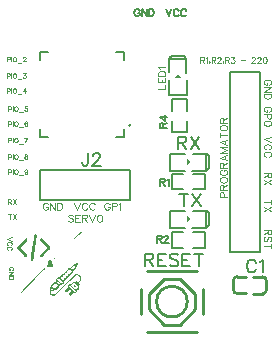
<source format=gto>
G04 Layer: TopSilkLayer*
G04 EasyEDA v6.4.25, 2021-10-20T20:18:06+03:00*
G04 dcba5cd40900447394ce88492ccb6976,3ac546bf038a4e40b039f7879bd882b5,10*
G04 Gerber Generator version 0.2*
G04 Scale: 100 percent, Rotated: No, Reflected: No *
G04 Dimensions in millimeters *
G04 leading zeros omitted , absolute positions ,4 integer and 5 decimal *
%FSLAX45Y45*%
%MOMM*%

%ADD10C,0.2540*%
%ADD31C,0.1500*%
%ADD33C,0.1524*%
%ADD34C,0.2032*%
%ADD35C,0.2030*%
%ADD36C,0.0508*%
%ADD37C,0.0500*%

%LPD*%
G36*
X1407363Y5295900D02*
G01*
X1403756Y5292852D01*
X1380490Y5270449D01*
X1340510Y5231130D01*
X1262329Y5153101D01*
X1205788Y5096002D01*
X1191209Y5080812D01*
X1181963Y5070703D01*
X1177340Y5064963D01*
X1176477Y5063439D01*
X1176477Y5062677D01*
X1177239Y5062677D01*
X1178763Y5063540D01*
X1184503Y5068163D01*
X1194612Y5077409D01*
X1209802Y5091988D01*
X1258824Y5140401D01*
X1344930Y5226659D01*
X1384249Y5266639D01*
X1406652Y5289956D01*
X1409700Y5293563D01*
X1409496Y5294477D01*
X1409039Y5295188D01*
X1408277Y5295696D01*
G37*
G36*
X1014780Y5267604D02*
G01*
X1011682Y5266740D01*
X1010361Y5265775D01*
X1009142Y5263845D01*
X1007973Y5260644D01*
X1006703Y5255869D01*
X1003808Y5240578D01*
X993648Y5174386D01*
X990092Y5152491D01*
X978153Y5074615D01*
X976528Y5061864D01*
X975918Y5055362D01*
X976121Y5051552D01*
X977442Y5049266D01*
X980135Y5047234D01*
X984859Y5045252D01*
X989533Y5045252D01*
X993495Y5047030D01*
X996187Y5050536D01*
X997153Y5054193D01*
X1000099Y5070297D01*
X1006348Y5110480D01*
X1009700Y5130444D01*
X1025093Y5232704D01*
X1026972Y5247538D01*
X1027734Y5256733D01*
X1027480Y5260543D01*
X1026312Y5262930D01*
X1023975Y5264912D01*
X1020826Y5266690D01*
X1017778Y5267604D01*
G37*
G36*
X938580Y5235752D02*
G01*
X933348Y5235041D01*
X929741Y5231790D01*
X910132Y5211876D01*
X879957Y5179771D01*
X869340Y5167731D01*
X865987Y5163515D01*
X863701Y5160264D01*
X862482Y5157876D01*
X862076Y5156200D01*
X862482Y5154523D01*
X863701Y5152085D01*
X869340Y5144668D01*
X879957Y5132628D01*
X896569Y5114747D01*
X910285Y5100472D01*
X922070Y5088585D01*
X930656Y5080355D01*
X933399Y5077968D01*
X934872Y5077002D01*
X939393Y5076901D01*
X943559Y5078984D01*
X946607Y5082743D01*
X947775Y5087569D01*
X947521Y5089448D01*
X946708Y5091633D01*
X945083Y5094325D01*
X942543Y5097780D01*
X933754Y5107838D01*
X907694Y5135575D01*
X898499Y5145684D01*
X892302Y5152898D01*
X890016Y5156200D01*
X892302Y5159451D01*
X898499Y5166715D01*
X933703Y5204510D01*
X942492Y5214569D01*
X945083Y5218023D01*
X946708Y5220716D01*
X947521Y5222900D01*
X947775Y5224780D01*
X946505Y5230114D01*
X943203Y5233974D01*
G37*
G36*
X1066698Y5235448D02*
G01*
X1063244Y5234990D01*
X1060602Y5233416D01*
X1058113Y5231079D01*
X1055878Y5226405D01*
X1057097Y5220919D01*
X1062329Y5213350D01*
X1072235Y5202326D01*
X1106271Y5166207D01*
X1112723Y5158943D01*
X1114044Y5157114D01*
X1114450Y5156200D01*
X1114044Y5155285D01*
X1110183Y5150510D01*
X1100734Y5140198D01*
X1065072Y5102301D01*
X1059942Y5096052D01*
X1056843Y5091480D01*
X1055776Y5088534D01*
X1058011Y5081422D01*
X1063498Y5077663D01*
X1070406Y5077764D01*
X1077061Y5082235D01*
X1088186Y5094274D01*
X1109065Y5116322D01*
X1129690Y5138470D01*
X1136751Y5146446D01*
X1140256Y5150815D01*
X1142136Y5153964D01*
X1142796Y5156200D01*
X1142136Y5158435D01*
X1140256Y5161584D01*
X1136751Y5165953D01*
X1120089Y5184343D01*
X1077366Y5229656D01*
X1074013Y5232704D01*
X1070356Y5234686D01*
G37*
G36*
X1140104Y5049926D02*
G01*
X1135583Y5049723D01*
X1131265Y5048250D01*
X1127404Y5045456D01*
X1124407Y5041392D01*
X1123148Y5037429D01*
X1136599Y5037429D01*
X1138123Y5040274D01*
X1140510Y5040630D01*
X1142746Y5037785D01*
X1142949Y5036413D01*
X1142695Y5034838D01*
X1142034Y5033314D01*
X1141018Y5031994D01*
X1139444Y5030571D01*
X1138377Y5030216D01*
X1137666Y5031028D01*
X1136904Y5033010D01*
X1136599Y5037429D01*
X1123148Y5037429D01*
X1123035Y5037074D01*
X1123442Y5032705D01*
X1126794Y5026355D01*
X1126845Y5024475D01*
X1125423Y5022189D01*
X1122375Y5018836D01*
X1119225Y5014823D01*
X1117346Y5010759D01*
X1116679Y5006949D01*
X1129334Y5006949D01*
X1130300Y5010912D01*
X1132078Y5013604D01*
X1133957Y5014366D01*
X1136243Y5013198D01*
X1139545Y5010048D01*
X1142187Y5006136D01*
X1142593Y5002834D01*
X1140815Y5000599D01*
X1136954Y4999736D01*
X1132992Y5000752D01*
X1130350Y5003342D01*
X1129334Y5006949D01*
X1116679Y5006949D01*
X1116888Y5002784D01*
X1118158Y4999177D01*
X1120241Y4995926D01*
X1123086Y4993132D01*
X1126591Y4990998D01*
X1130706Y4989626D01*
X1135227Y4989068D01*
X1140155Y4989474D01*
X1148283Y4991963D01*
X1150823Y4992522D01*
X1152702Y4992573D01*
X1156614Y4990998D01*
X1161999Y4990439D01*
X1167130Y4990592D01*
X1169416Y4991557D01*
X1168044Y4993944D01*
X1162304Y5001361D01*
X1161237Y5003698D01*
X1161491Y5005984D01*
X1165301Y5014874D01*
X1165656Y5018887D01*
X1163929Y5021326D01*
X1160119Y5022088D01*
X1157427Y5021935D01*
X1155700Y5021326D01*
X1154785Y5020208D01*
X1154074Y5015331D01*
X1152855Y5014112D01*
X1150975Y5014772D01*
X1148537Y5017363D01*
X1146860Y5019852D01*
X1146454Y5021630D01*
X1147470Y5023408D01*
X1151940Y5028133D01*
X1153363Y5030622D01*
X1154226Y5033314D01*
X1154531Y5036261D01*
X1153718Y5040630D01*
X1151585Y5044287D01*
X1148384Y5047132D01*
X1144473Y5049062D01*
G37*
G36*
X1375410Y5030368D02*
G01*
X1369415Y5027117D01*
X1366316Y5024983D01*
X1361795Y5022545D01*
X1356461Y5020005D01*
X1343863Y5014671D01*
X1337919Y5011216D01*
X1331976Y5006492D01*
X1318310Y4993284D01*
X1313484Y4989322D01*
X1309725Y4987239D01*
X1304442Y4986375D01*
X1302054Y4985308D01*
X1298956Y4983226D01*
X1295148Y4980076D01*
X1320292Y4980076D01*
X1321308Y4982362D01*
X1324051Y4985766D01*
X1328064Y4989982D01*
X1338021Y4998974D01*
X1343101Y5002987D01*
X1347571Y5006035D01*
X1351026Y5007813D01*
X1356512Y5009489D01*
X1358341Y5009845D01*
X1359204Y5009794D01*
X1359255Y5008880D01*
X1358036Y5004308D01*
X1356868Y5001107D01*
X1354785Y4996992D01*
X1351381Y4992065D01*
X1346962Y4986680D01*
X1341780Y4981143D01*
X1329690Y4969205D01*
X1323187Y4975504D01*
X1321663Y4977333D01*
X1320647Y4978958D01*
X1320292Y4980076D01*
X1295148Y4980076D01*
X1289354Y4974793D01*
X1273098Y4959045D01*
X1250746Y4936744D01*
X1234897Y4921300D01*
X1225550Y4913071D01*
X1222705Y4911090D01*
X1220774Y4910277D01*
X1219504Y4910429D01*
X1215948Y4911852D01*
X1212596Y4911344D01*
X1208278Y4908397D01*
X1201154Y4901844D01*
X1229004Y4901844D01*
X1236014Y4908651D01*
X1237843Y4909718D01*
X1239418Y4909616D01*
X1242771Y4907330D01*
X1244092Y4907026D01*
X1245463Y4907534D01*
X1247140Y4909007D01*
X1248562Y4910632D01*
X1249121Y4912004D01*
X1248816Y4913325D01*
X1246581Y4916627D01*
X1246479Y4918151D01*
X1247394Y4919980D01*
X1249476Y4922418D01*
X1251762Y4924552D01*
X1253642Y4925669D01*
X1255369Y4925771D01*
X1257350Y4925009D01*
X1261008Y4924094D01*
X1263751Y4925161D01*
X1265021Y4927701D01*
X1264208Y4931206D01*
X1263396Y4933238D01*
X1263446Y4935067D01*
X1264462Y4936998D01*
X1266444Y4939385D01*
X1268425Y4941265D01*
X1270101Y4942332D01*
X1271473Y4942586D01*
X1275283Y4940350D01*
X1278128Y4940198D01*
X1280312Y4941366D01*
X1281176Y4943754D01*
X1281023Y4945227D01*
X1280566Y4946650D01*
X1279906Y4947869D01*
X1279144Y4948631D01*
X1279499Y4950256D01*
X1281938Y4953711D01*
X1285849Y4958334D01*
X1295603Y4968646D01*
X1300327Y4973066D01*
X1304086Y4976215D01*
X1306322Y4977384D01*
X1307896Y4976571D01*
X1310690Y4974386D01*
X1318463Y4967122D01*
X1328623Y4956860D01*
X1307033Y4935524D01*
X1302308Y4931460D01*
X1299311Y4929987D01*
X1297381Y4930495D01*
X1293317Y4932070D01*
X1290167Y4930749D01*
X1288948Y4927600D01*
X1290828Y4923739D01*
X1291691Y4922469D01*
X1291640Y4921046D01*
X1290675Y4919218D01*
X1288643Y4916830D01*
X1286560Y4914900D01*
X1284833Y4913782D01*
X1283411Y4913477D01*
X1279956Y4915357D01*
X1276858Y4915916D01*
X1275029Y4915662D01*
X1274064Y4914747D01*
X1273860Y4912817D01*
X1274572Y4906264D01*
X1274216Y4903724D01*
X1273048Y4901488D01*
X1270965Y4899202D01*
X1269034Y4897577D01*
X1267460Y4896713D01*
X1266240Y4896561D01*
X1264666Y4897932D01*
X1262075Y4898999D01*
X1260602Y4899152D01*
X1258214Y4898288D01*
X1257046Y4896053D01*
X1257198Y4893259D01*
X1259382Y4889449D01*
X1259128Y4888026D01*
X1258011Y4886299D01*
X1251305Y4879797D01*
X1229004Y4901844D01*
X1201154Y4901844D01*
X1196390Y4897170D01*
X1193393Y4893462D01*
X1192225Y4890363D01*
X1192479Y4885232D01*
X1192174Y4883353D01*
X1191158Y4881168D01*
X1189278Y4878476D01*
X1186332Y4874920D01*
X1179368Y4867503D01*
X1192834Y4867503D01*
X1199438Y4873904D01*
X1201013Y4874768D01*
X1202283Y4874310D01*
X1203706Y4872634D01*
X1206296Y4870297D01*
X1209192Y4869434D01*
X1211783Y4870094D01*
X1213510Y4872278D01*
X1213510Y4873955D01*
X1212545Y4876241D01*
X1210665Y4878984D01*
X1201115Y4889042D01*
X1209598Y4897323D01*
X1213815Y4900523D01*
X1215034Y4901031D01*
X1217218Y4899609D01*
X1227632Y4890211D01*
X1252220Y4865624D01*
X1238554Y4851958D01*
X1231036Y4858766D01*
X1227734Y4861458D01*
X1224788Y4863388D01*
X1222400Y4864404D01*
X1220673Y4864455D01*
X1218641Y4862576D01*
X1217930Y4859782D01*
X1218590Y4856988D01*
X1220622Y4855108D01*
X1222705Y4853686D01*
X1223314Y4851603D01*
X1222400Y4849114D01*
X1220063Y4846370D01*
X1217930Y4844999D01*
X1215440Y4845608D01*
X1211478Y4848809D01*
X1192834Y4867503D01*
X1179368Y4867503D01*
X1157427Y4844897D01*
X1150112Y4836718D01*
X1146403Y4831537D01*
X1145839Y4829200D01*
X1154480Y4829200D01*
X1175867Y4850587D01*
X1184605Y4858816D01*
X1186180Y4860036D01*
X1187500Y4859121D01*
X1194206Y4852873D01*
X1210411Y4836668D01*
X1178763Y4805172D01*
X1154480Y4829200D01*
X1145839Y4829200D01*
X1145743Y4826660D01*
X1145032Y4824577D01*
X1143558Y4822240D01*
X1141272Y4819802D01*
X1137615Y4815332D01*
X1136142Y4811014D01*
X1136358Y4809591D01*
X1147064Y4809591D01*
X1147114Y4811471D01*
X1148638Y4813503D01*
X1151128Y4815941D01*
X1152753Y4817008D01*
X1153668Y4816551D01*
X1157884Y4812842D01*
X1167536Y4803089D01*
X1163624Y4799736D01*
X1161237Y4797958D01*
X1159256Y4797755D01*
X1156716Y4799380D01*
X1148791Y4807153D01*
X1147064Y4809591D01*
X1136358Y4809591D01*
X1136751Y4807000D01*
X1139545Y4803292D01*
X1141476Y4801311D01*
X1142238Y4799634D01*
X1141831Y4797552D01*
X1140307Y4794402D01*
X1138631Y4790084D01*
X1137666Y4785410D01*
X1137462Y4780534D01*
X1137970Y4775657D01*
X1139139Y4770882D01*
X1140968Y4766462D01*
X1143406Y4762500D01*
X1146403Y4759198D01*
X1150569Y4756048D01*
X1154887Y4753559D01*
X1159357Y4751781D01*
X1163929Y4750714D01*
X1168552Y4750358D01*
X1173124Y4750714D01*
X1177645Y4751882D01*
X1182065Y4753711D01*
X1188415Y4759045D01*
X1201826Y4771593D01*
X1244092Y4812741D01*
X1307185Y4875682D01*
X1332331Y4900320D01*
X1341374Y4908651D01*
X1348486Y4914747D01*
X1354124Y4918964D01*
X1358646Y4921504D01*
X1362405Y4922723D01*
X1365808Y4922926D01*
X1369161Y4922367D01*
X1372920Y4921402D01*
X1379118Y4919268D01*
X1383893Y4916322D01*
X1387754Y4912106D01*
X1391259Y4906213D01*
X1393190Y4901844D01*
X1394307Y4897628D01*
X1394612Y4893564D01*
X1394155Y4889500D01*
X1392834Y4885486D01*
X1390700Y4881321D01*
X1387703Y4877104D01*
X1383842Y4872634D01*
X1380185Y4868875D01*
X1377797Y4867198D01*
X1376019Y4867198D01*
X1374038Y4868672D01*
X1370330Y4870805D01*
X1365961Y4871567D01*
X1361643Y4870856D01*
X1355852Y4867452D01*
X1353007Y4866690D01*
X1348943Y4866589D01*
X1331722Y4867960D01*
X1322078Y4858766D01*
X1362354Y4858766D01*
X1362811Y4861102D01*
X1365554Y4861814D01*
X1367028Y4861204D01*
X1372158Y4857242D01*
X1375257Y4854346D01*
X1378915Y4850485D01*
X1380744Y4847945D01*
X1380998Y4846269D01*
X1379880Y4845100D01*
X1377442Y4843729D01*
X1375308Y4843881D01*
X1372514Y4845964D01*
X1367942Y4850536D01*
X1364081Y4855210D01*
X1362354Y4858766D01*
X1322078Y4858766D01*
X1315313Y4852568D01*
X1311300Y4849571D01*
X1308303Y4848199D01*
X1303528Y4848352D01*
X1301191Y4847590D01*
X1298448Y4845761D01*
X1295146Y4842713D01*
X1291082Y4838141D01*
X1289100Y4834229D01*
X1289064Y4832858D01*
X1300988Y4832858D01*
X1301292Y4834128D01*
X1302207Y4835245D01*
X1304239Y4836820D01*
X1306576Y4836414D01*
X1310284Y4833518D01*
X1322832Y4821377D01*
X1326591Y4818481D01*
X1328877Y4818075D01*
X1330909Y4819599D01*
X1332484Y4821580D01*
X1332382Y4823612D01*
X1330096Y4826711D01*
X1316431Y4840782D01*
X1330502Y4853686D01*
X1334566Y4856581D01*
X1338326Y4858105D01*
X1341983Y4858207D01*
X1345844Y4856835D01*
X1350264Y4853940D01*
X1355547Y4849520D01*
X1370025Y4835296D01*
X1374495Y4829962D01*
X1376426Y4825949D01*
X1376730Y4821783D01*
X1376273Y4817922D01*
X1374902Y4814468D01*
X1372260Y4810810D01*
X1359458Y4797755D01*
X1348079Y4808677D01*
X1344879Y4811166D01*
X1342136Y4812842D01*
X1340256Y4813452D01*
X1337411Y4812284D01*
X1337716Y4808982D01*
X1341069Y4803698D01*
X1347368Y4796637D01*
X1353058Y4790744D01*
X1355750Y4787239D01*
X1355953Y4785106D01*
X1354277Y4783124D01*
X1353108Y4782261D01*
X1351788Y4782007D01*
X1350060Y4782616D01*
X1347622Y4784242D01*
X1344168Y4787188D01*
X1333093Y4797856D01*
X1316736Y4814265D01*
X1306118Y4825339D01*
X1303172Y4828743D01*
X1301546Y4831181D01*
X1300988Y4832858D01*
X1289064Y4832858D01*
X1288999Y4830419D01*
X1290624Y4826203D01*
X1291285Y4823815D01*
X1290167Y4820920D01*
X1286764Y4816551D01*
X1275638Y4804562D01*
X1271727Y4799736D01*
X1269085Y4795824D01*
X1268120Y4793386D01*
X1268652Y4791303D01*
X1278280Y4791303D01*
X1280769Y4795824D01*
X1287627Y4804003D01*
X1295146Y4811826D01*
X1299819Y4815332D01*
X1301292Y4814671D01*
X1303172Y4813096D01*
X1303782Y4811471D01*
X1302766Y4809032D01*
X1299870Y4805375D01*
X1294739Y4800041D01*
X1288034Y4793589D01*
X1283411Y4790186D01*
X1280363Y4789525D01*
X1278280Y4791303D01*
X1268652Y4791303D01*
X1269339Y4788611D01*
X1272489Y4784242D01*
X1276858Y4781143D01*
X1281734Y4779924D01*
X1285189Y4780432D01*
X1288846Y4782312D01*
X1293520Y4786071D01*
X1312062Y4804206D01*
X1322832Y4793030D01*
X1310386Y4780127D01*
X1305560Y4774844D01*
X1301597Y4769967D01*
X1298905Y4766056D01*
X1297940Y4763617D01*
X1298484Y4761484D01*
X1308100Y4761484D01*
X1310589Y4766106D01*
X1317447Y4774234D01*
X1325168Y4782058D01*
X1330096Y4785512D01*
X1330756Y4785309D01*
X1332128Y4783785D01*
X1332687Y4782718D01*
X1332433Y4780838D01*
X1330756Y4777994D01*
X1327658Y4774234D01*
X1323136Y4769662D01*
X1316431Y4763414D01*
X1312265Y4760315D01*
X1309776Y4759807D01*
X1308100Y4761484D01*
X1298484Y4761484D01*
X1299159Y4758842D01*
X1302258Y4754524D01*
X1306576Y4751374D01*
X1311300Y4750155D01*
X1314602Y4750714D01*
X1318361Y4752644D01*
X1323086Y4756353D01*
X1336395Y4768748D01*
X1340612Y4772050D01*
X1343304Y4772761D01*
X1345590Y4771593D01*
X1348689Y4769561D01*
X1351229Y4769307D01*
X1354429Y4771186D01*
X1359408Y4775504D01*
X1362659Y4778756D01*
X1364996Y4781753D01*
X1366418Y4784445D01*
X1367434Y4789627D01*
X1369212Y4792929D01*
X1372057Y4796891D01*
X1376070Y4801412D01*
X1382217Y4808931D01*
X1385824Y4815890D01*
X1386890Y4822494D01*
X1385620Y4828997D01*
X1384706Y4831842D01*
X1384655Y4834178D01*
X1385519Y4836414D01*
X1389938Y4842916D01*
X1390853Y4846370D01*
X1390192Y4850028D01*
X1386281Y4857648D01*
X1386027Y4859934D01*
X1387500Y4862322D01*
X1395272Y4870907D01*
X1398727Y4876088D01*
X1401318Y4881473D01*
X1402994Y4887061D01*
X1403807Y4892700D01*
X1403654Y4898339D01*
X1402588Y4903927D01*
X1400606Y4909413D01*
X1398066Y4914087D01*
X1395018Y4918303D01*
X1391615Y4921961D01*
X1387805Y4925161D01*
X1383690Y4927803D01*
X1379321Y4929835D01*
X1374749Y4931308D01*
X1370025Y4932172D01*
X1365199Y4932375D01*
X1360322Y4931968D01*
X1355496Y4930851D01*
X1350670Y4929073D01*
X1348384Y4927600D01*
X1339850Y4920488D01*
X1325524Y4907178D01*
X1304899Y4887163D01*
X1209497Y4792421D01*
X1198219Y4781550D01*
X1189228Y4773218D01*
X1182166Y4767173D01*
X1176680Y4763109D01*
X1174394Y4761687D01*
X1170533Y4760061D01*
X1167333Y4759604D01*
X1164386Y4760112D01*
X1159611Y4761941D01*
X1154430Y4765192D01*
X1150467Y4769866D01*
X1147978Y4775606D01*
X1147114Y4782159D01*
X1147521Y4787544D01*
X1148689Y4790846D01*
X1150416Y4791811D01*
X1156004Y4788001D01*
X1160424Y4787544D01*
X1165098Y4788814D01*
X1169212Y4791811D01*
X1171194Y4793538D01*
X1173530Y4794961D01*
X1175918Y4795875D01*
X1178102Y4796231D01*
X1181557Y4797399D01*
X1186942Y4801311D01*
X1194968Y4808524D01*
X1213510Y4826660D01*
X1223619Y4836261D01*
X1227074Y4839208D01*
X1229868Y4841138D01*
X1232103Y4842306D01*
X1234135Y4842814D01*
X1239570Y4843170D01*
X1242923Y4844542D01*
X1246682Y4847285D01*
X1251610Y4851806D01*
X1256538Y4856886D01*
X1259281Y4860544D01*
X1260246Y4863744D01*
X1259992Y4869688D01*
X1260398Y4871974D01*
X1261872Y4874717D01*
X1264716Y4878476D01*
X1269390Y4883759D01*
X1285798Y4900726D01*
X1309370Y4924552D01*
X1324965Y4940757D01*
X1329994Y4946294D01*
X1333449Y4950460D01*
X1335582Y4953508D01*
X1336598Y4955743D01*
X1337106Y4960366D01*
X1339138Y4964125D01*
X1343355Y4969357D01*
X1357172Y4984394D01*
X1361998Y4990642D01*
X1365300Y4996332D01*
X1369517Y5007152D01*
X1371650Y5011775D01*
X1373835Y5015788D01*
X1375816Y5018684D01*
X1379474Y5025034D01*
X1379067Y5029301D01*
G37*
G36*
X1092809Y4981092D02*
G01*
X1089152Y4977942D01*
X1065072Y4954727D01*
X1023619Y4913985D01*
X970787Y4861509D01*
X906627Y4797145D01*
X857910Y4747361D01*
X850900Y4739538D01*
X851103Y4738573D01*
X851662Y4737811D01*
X852424Y4737303D01*
X853440Y4737100D01*
X854710Y4737963D01*
X862126Y4744669D01*
X892759Y4774184D01*
X937564Y4818329D01*
X1013460Y4893970D01*
X1057706Y4938674D01*
X1087323Y4969205D01*
X1094028Y4976622D01*
X1094892Y4977892D01*
X1094740Y4979162D01*
X1094282Y4980178D01*
X1093622Y4980838D01*
G37*
G36*
X1341780Y4843018D02*
G01*
X1340154Y4842002D01*
X1338935Y4839462D01*
X1339697Y4836058D01*
X1342390Y4831842D01*
X1347165Y4826660D01*
X1350924Y4823206D01*
X1354074Y4820920D01*
X1356563Y4819700D01*
X1358341Y4819650D01*
X1360779Y4821580D01*
X1360728Y4824526D01*
X1358036Y4828844D01*
X1352600Y4834686D01*
X1347216Y4839817D01*
X1343863Y4842459D01*
G37*
D36*
X2995929Y6535420D02*
G01*
X3001772Y6538213D01*
X3007613Y6544055D01*
X3010408Y6549644D01*
X3010408Y6561328D01*
X3007613Y6567170D01*
X3001772Y6572758D01*
X2995929Y6575805D01*
X2987293Y6578600D01*
X2973070Y6578600D01*
X2964179Y6575805D01*
X2958591Y6572758D01*
X2952750Y6567170D01*
X2949956Y6561328D01*
X2949956Y6549644D01*
X2952750Y6544055D01*
X2958591Y6538213D01*
X2964179Y6535420D01*
X2973070Y6535420D01*
X2973070Y6549644D02*
G01*
X2973070Y6535420D01*
X3010408Y6516370D02*
G01*
X2949956Y6516370D01*
X3010408Y6516370D02*
G01*
X2949956Y6475729D01*
X3010408Y6475729D02*
G01*
X2949956Y6475729D01*
X3010408Y6456679D02*
G01*
X2949956Y6456679D01*
X3010408Y6456679D02*
G01*
X3010408Y6436613D01*
X3007613Y6427978D01*
X3001772Y6422136D01*
X2995929Y6419342D01*
X2987293Y6416294D01*
X2973070Y6416294D01*
X2964179Y6419342D01*
X2958591Y6422136D01*
X2952750Y6427978D01*
X2949956Y6436613D01*
X2949956Y6456679D01*
X2995929Y6306820D02*
G01*
X3001772Y6309613D01*
X3007613Y6315455D01*
X3010408Y6321044D01*
X3010408Y6332728D01*
X3007613Y6338570D01*
X3001772Y6344157D01*
X2995929Y6347205D01*
X2987293Y6350000D01*
X2973070Y6350000D01*
X2964179Y6347205D01*
X2958591Y6344157D01*
X2952750Y6338570D01*
X2949956Y6332728D01*
X2949956Y6321044D01*
X2952750Y6315455D01*
X2958591Y6309613D01*
X2964179Y6306820D01*
X2973070Y6306820D01*
X2973070Y6321044D02*
G01*
X2973070Y6306820D01*
X3010408Y6287770D02*
G01*
X2949956Y6287770D01*
X3010408Y6287770D02*
G01*
X3010408Y6261607D01*
X3007613Y6252971D01*
X3004820Y6250178D01*
X2998977Y6247129D01*
X2990341Y6247129D01*
X2984500Y6250178D01*
X2981706Y6252971D01*
X2978658Y6261607D01*
X2978658Y6287770D01*
X3010408Y6210807D02*
G01*
X3007613Y6219444D01*
X2998977Y6225286D01*
X2984500Y6228079D01*
X2975863Y6228079D01*
X2961386Y6225286D01*
X2952750Y6219444D01*
X2949956Y6210807D01*
X2949956Y6205220D01*
X2952750Y6196329D01*
X2961386Y6190742D01*
X2975863Y6187694D01*
X2984500Y6187694D01*
X2998977Y6190742D01*
X3007613Y6196329D01*
X3010408Y6205220D01*
X3010408Y6210807D01*
X3010408Y6096000D02*
G01*
X2949956Y6072886D01*
X3010408Y6049771D02*
G01*
X2949956Y6072886D01*
X2995929Y5987542D02*
G01*
X3001772Y5990336D01*
X3007613Y5996178D01*
X3010408Y6002020D01*
X3010408Y6013450D01*
X3007613Y6019292D01*
X3001772Y6024879D01*
X2995929Y6027928D01*
X2987293Y6030721D01*
X2973070Y6030721D01*
X2964179Y6027928D01*
X2958591Y6024879D01*
X2952750Y6019292D01*
X2949956Y6013450D01*
X2949956Y6002020D01*
X2952750Y5996178D01*
X2958591Y5990336D01*
X2964179Y5987542D01*
X2995929Y5925057D02*
G01*
X3001772Y5928105D01*
X3007613Y5933694D01*
X3010408Y5939536D01*
X3010408Y5951220D01*
X3007613Y5956807D01*
X3001772Y5962650D01*
X2995929Y5965444D01*
X2987293Y5968492D01*
X2973070Y5968492D01*
X2964179Y5965444D01*
X2958591Y5962650D01*
X2952750Y5956807D01*
X2949956Y5951220D01*
X2949956Y5939536D01*
X2952750Y5933694D01*
X2958591Y5928105D01*
X2964179Y5925057D01*
X3010408Y5791200D02*
G01*
X2949956Y5791200D01*
X3010408Y5791200D02*
G01*
X3010408Y5765292D01*
X3007613Y5756655D01*
X3004820Y5753607D01*
X2998977Y5750813D01*
X2993136Y5750813D01*
X2987293Y5753607D01*
X2984500Y5756655D01*
X2981706Y5765292D01*
X2981706Y5791200D01*
X2981706Y5770879D02*
G01*
X2949956Y5750813D01*
X3010408Y5731763D02*
G01*
X2949956Y5691378D01*
X3010408Y5691378D02*
G01*
X2949956Y5731763D01*
X3010408Y5542279D02*
G01*
X2949956Y5542279D01*
X3010408Y5562600D02*
G01*
X3010408Y5522213D01*
X3010408Y5503163D02*
G01*
X2949956Y5462778D01*
X3010408Y5462778D02*
G01*
X2949956Y5503163D01*
X3010408Y5308600D02*
G01*
X2949956Y5308600D01*
X3010408Y5308600D02*
G01*
X3010408Y5282692D01*
X3007613Y5274055D01*
X3004820Y5271007D01*
X2998977Y5268213D01*
X2993136Y5268213D01*
X2987293Y5271007D01*
X2984500Y5274055D01*
X2981706Y5282692D01*
X2981706Y5308600D01*
X2981706Y5288279D02*
G01*
X2949956Y5268213D01*
X3001772Y5208778D02*
G01*
X3007613Y5214620D01*
X3010408Y5223255D01*
X3010408Y5234686D01*
X3007613Y5243321D01*
X3001772Y5249163D01*
X2995929Y5249163D01*
X2990341Y5246370D01*
X2987293Y5243321D01*
X2984500Y5237479D01*
X2978658Y5220207D01*
X2975863Y5214620D01*
X2973070Y5211571D01*
X2967227Y5208778D01*
X2958591Y5208778D01*
X2952750Y5214620D01*
X2949956Y5223255D01*
X2949956Y5234686D01*
X2952750Y5243321D01*
X2958591Y5249163D01*
X3010408Y5169407D02*
G01*
X2949956Y5169407D01*
X3010408Y5189728D02*
G01*
X3010408Y5149342D01*
X1122679Y5523229D02*
G01*
X1119886Y5529071D01*
X1114044Y5534913D01*
X1108455Y5537707D01*
X1096771Y5537707D01*
X1090929Y5534913D01*
X1085342Y5529071D01*
X1082294Y5523229D01*
X1079500Y5514594D01*
X1079500Y5500370D01*
X1082294Y5491479D01*
X1085342Y5485892D01*
X1090929Y5480050D01*
X1096771Y5477255D01*
X1108455Y5477255D01*
X1114044Y5480050D01*
X1119886Y5485892D01*
X1122679Y5491479D01*
X1122679Y5500370D01*
X1108455Y5500370D02*
G01*
X1122679Y5500370D01*
X1141729Y5537707D02*
G01*
X1141729Y5477255D01*
X1141729Y5537707D02*
G01*
X1182370Y5477255D01*
X1182370Y5537707D02*
G01*
X1182370Y5477255D01*
X1201420Y5537707D02*
G01*
X1201420Y5477255D01*
X1201420Y5537707D02*
G01*
X1221486Y5537707D01*
X1230121Y5534913D01*
X1235963Y5529071D01*
X1238757Y5523229D01*
X1241805Y5514594D01*
X1241805Y5500370D01*
X1238757Y5491479D01*
X1235963Y5485892D01*
X1230121Y5480050D01*
X1221486Y5477255D01*
X1201420Y5477255D01*
X1346200Y5537707D02*
G01*
X1369313Y5477255D01*
X1392428Y5537707D02*
G01*
X1369313Y5477255D01*
X1454657Y5523229D02*
G01*
X1451863Y5529071D01*
X1446021Y5534913D01*
X1440179Y5537707D01*
X1428750Y5537707D01*
X1422907Y5534913D01*
X1417320Y5529071D01*
X1414271Y5523229D01*
X1411478Y5514594D01*
X1411478Y5500370D01*
X1414271Y5491479D01*
X1417320Y5485892D01*
X1422907Y5480050D01*
X1428750Y5477255D01*
X1440179Y5477255D01*
X1446021Y5480050D01*
X1451863Y5485892D01*
X1454657Y5491479D01*
X1517142Y5523229D02*
G01*
X1514094Y5529071D01*
X1508505Y5534913D01*
X1502663Y5537707D01*
X1490979Y5537707D01*
X1485392Y5534913D01*
X1479550Y5529071D01*
X1476755Y5523229D01*
X1473707Y5514594D01*
X1473707Y5500370D01*
X1476755Y5491479D01*
X1479550Y5485892D01*
X1485392Y5480050D01*
X1490979Y5477255D01*
X1502663Y5477255D01*
X1508505Y5480050D01*
X1514094Y5485892D01*
X1517142Y5491479D01*
X1643379Y5523229D02*
G01*
X1640586Y5529071D01*
X1634744Y5534913D01*
X1629155Y5537707D01*
X1617471Y5537707D01*
X1611629Y5534913D01*
X1606042Y5529071D01*
X1602994Y5523229D01*
X1600200Y5514594D01*
X1600200Y5500370D01*
X1602994Y5491479D01*
X1606042Y5485892D01*
X1611629Y5480050D01*
X1617471Y5477255D01*
X1629155Y5477255D01*
X1634744Y5480050D01*
X1640586Y5485892D01*
X1643379Y5491479D01*
X1643379Y5500370D01*
X1629155Y5500370D02*
G01*
X1643379Y5500370D01*
X1662429Y5537707D02*
G01*
X1662429Y5477255D01*
X1662429Y5537707D02*
G01*
X1688592Y5537707D01*
X1697228Y5534913D01*
X1700021Y5532120D01*
X1703070Y5526278D01*
X1703070Y5517642D01*
X1700021Y5511800D01*
X1697228Y5509005D01*
X1688592Y5505957D01*
X1662429Y5505957D01*
X1722120Y5526278D02*
G01*
X1727707Y5529071D01*
X1736344Y5537707D01*
X1736344Y5477255D01*
X2577591Y5588000D02*
G01*
X2638043Y5588000D01*
X2577591Y5588000D02*
G01*
X2577591Y5613907D01*
X2580386Y5622544D01*
X2583179Y5625592D01*
X2589022Y5628386D01*
X2597658Y5628386D01*
X2603500Y5625592D01*
X2606293Y5622544D01*
X2609341Y5613907D01*
X2609341Y5588000D01*
X2577591Y5647436D02*
G01*
X2638043Y5647436D01*
X2577591Y5647436D02*
G01*
X2577591Y5673344D01*
X2580386Y5681979D01*
X2583179Y5685028D01*
X2589022Y5687821D01*
X2594863Y5687821D01*
X2600706Y5685028D01*
X2603500Y5681979D01*
X2606293Y5673344D01*
X2606293Y5647436D01*
X2606293Y5667755D02*
G01*
X2638043Y5687821D01*
X2577591Y5724144D02*
G01*
X2580386Y5718555D01*
X2586227Y5712713D01*
X2592070Y5709920D01*
X2600706Y5706871D01*
X2614929Y5706871D01*
X2623820Y5709920D01*
X2629408Y5712713D01*
X2635250Y5718555D01*
X2638043Y5724144D01*
X2638043Y5735828D01*
X2635250Y5741670D01*
X2629408Y5747257D01*
X2623820Y5750305D01*
X2614929Y5753100D01*
X2600706Y5753100D01*
X2592070Y5750305D01*
X2586227Y5747257D01*
X2580386Y5741670D01*
X2577591Y5735828D01*
X2577591Y5724144D01*
X2592070Y5815329D02*
G01*
X2586227Y5812536D01*
X2580386Y5806694D01*
X2577591Y5801105D01*
X2577591Y5789421D01*
X2580386Y5783579D01*
X2586227Y5777992D01*
X2592070Y5774944D01*
X2600706Y5772150D01*
X2614929Y5772150D01*
X2623820Y5774944D01*
X2629408Y5777992D01*
X2635250Y5783579D01*
X2638043Y5789421D01*
X2638043Y5801105D01*
X2635250Y5806694D01*
X2629408Y5812536D01*
X2623820Y5815329D01*
X2614929Y5815329D01*
X2614929Y5801105D02*
G01*
X2614929Y5815329D01*
X2577591Y5834379D02*
G01*
X2638043Y5834379D01*
X2577591Y5834379D02*
G01*
X2577591Y5860542D01*
X2580386Y5869178D01*
X2583179Y5871971D01*
X2589022Y5875020D01*
X2594863Y5875020D01*
X2600706Y5871971D01*
X2603500Y5869178D01*
X2606293Y5860542D01*
X2606293Y5834379D01*
X2606293Y5854700D02*
G01*
X2638043Y5875020D01*
X2577591Y5916929D02*
G01*
X2638043Y5894070D01*
X2577591Y5916929D02*
G01*
X2638043Y5940044D01*
X2617977Y5902705D02*
G01*
X2617977Y5931407D01*
X2577591Y5959094D02*
G01*
X2638043Y5959094D01*
X2577591Y5959094D02*
G01*
X2638043Y5982207D01*
X2577591Y6005321D02*
G01*
X2638043Y5982207D01*
X2577591Y6005321D02*
G01*
X2638043Y6005321D01*
X2577591Y6047486D02*
G01*
X2638043Y6024371D01*
X2577591Y6047486D02*
G01*
X2638043Y6070600D01*
X2617977Y6033007D02*
G01*
X2617977Y6061963D01*
X2577591Y6109970D02*
G01*
X2638043Y6109970D01*
X2577591Y6089650D02*
G01*
X2577591Y6130036D01*
X2577591Y6166357D02*
G01*
X2580386Y6160770D01*
X2586227Y6154928D01*
X2592070Y6151879D01*
X2600706Y6149086D01*
X2614929Y6149086D01*
X2623820Y6151879D01*
X2629408Y6154928D01*
X2635250Y6160770D01*
X2638043Y6166357D01*
X2638043Y6178042D01*
X2635250Y6183629D01*
X2629408Y6189471D01*
X2623820Y6192520D01*
X2614929Y6195313D01*
X2600706Y6195313D01*
X2592070Y6192520D01*
X2586227Y6189471D01*
X2580386Y6183629D01*
X2577591Y6178042D01*
X2577591Y6166357D01*
X2577591Y6214363D02*
G01*
X2638043Y6214363D01*
X2577591Y6214363D02*
G01*
X2577591Y6240271D01*
X2580386Y6248907D01*
X2583179Y6251955D01*
X2589022Y6254750D01*
X2594863Y6254750D01*
X2600706Y6251955D01*
X2603500Y6248907D01*
X2606293Y6240271D01*
X2606293Y6214363D01*
X2606293Y6234429D02*
G01*
X2638043Y6254750D01*
X1335786Y5427471D02*
G01*
X1329944Y5433313D01*
X1321307Y5436107D01*
X1309878Y5436107D01*
X1301242Y5433313D01*
X1295400Y5427471D01*
X1295400Y5421629D01*
X1298194Y5416042D01*
X1301242Y5412994D01*
X1306829Y5410200D01*
X1324355Y5404357D01*
X1329944Y5401563D01*
X1332992Y5398770D01*
X1335786Y5392928D01*
X1335786Y5384292D01*
X1329944Y5378450D01*
X1321307Y5375655D01*
X1309878Y5375655D01*
X1301242Y5378450D01*
X1295400Y5384292D01*
X1354836Y5436107D02*
G01*
X1354836Y5375655D01*
X1354836Y5436107D02*
G01*
X1392428Y5436107D01*
X1354836Y5407405D02*
G01*
X1377950Y5407405D01*
X1354836Y5375655D02*
G01*
X1392428Y5375655D01*
X1411478Y5436107D02*
G01*
X1411478Y5375655D01*
X1411478Y5436107D02*
G01*
X1437386Y5436107D01*
X1446021Y5433313D01*
X1449070Y5430520D01*
X1451863Y5424678D01*
X1451863Y5418836D01*
X1449070Y5412994D01*
X1446021Y5410200D01*
X1437386Y5407405D01*
X1411478Y5407405D01*
X1431544Y5407405D02*
G01*
X1451863Y5375655D01*
X1470913Y5436107D02*
G01*
X1494028Y5375655D01*
X1517142Y5436107D02*
G01*
X1494028Y5375655D01*
X1553463Y5436107D02*
G01*
X1547621Y5433313D01*
X1541779Y5427471D01*
X1538986Y5421629D01*
X1536192Y5412994D01*
X1536192Y5398770D01*
X1538986Y5389879D01*
X1541779Y5384292D01*
X1547621Y5378450D01*
X1553463Y5375655D01*
X1564894Y5375655D01*
X1570736Y5378450D01*
X1576578Y5384292D01*
X1579371Y5389879D01*
X1582420Y5398770D01*
X1582420Y5412994D01*
X1579371Y5421629D01*
X1576578Y5427471D01*
X1570736Y5433313D01*
X1564894Y5436107D01*
X1553463Y5436107D01*
X2413000Y6769562D02*
G01*
X2413000Y6721071D01*
X2413000Y6769562D02*
G01*
X2433782Y6769562D01*
X2440708Y6767253D01*
X2443017Y6764944D01*
X2445326Y6760324D01*
X2445326Y6755706D01*
X2443017Y6751088D01*
X2440708Y6748779D01*
X2433782Y6746471D01*
X2413000Y6746471D01*
X2429164Y6746471D02*
G01*
X2445326Y6721071D01*
X2460566Y6760324D02*
G01*
X2465184Y6762635D01*
X2472113Y6769562D01*
X2472113Y6721071D01*
X2491971Y6730306D02*
G01*
X2489662Y6727997D01*
X2487353Y6730306D01*
X2489662Y6732615D01*
X2491971Y6730306D01*
X2491971Y6725688D01*
X2487353Y6721071D01*
X2507211Y6769562D02*
G01*
X2507211Y6721071D01*
X2507211Y6769562D02*
G01*
X2527993Y6769562D01*
X2534920Y6767253D01*
X2537228Y6764944D01*
X2539537Y6760324D01*
X2539537Y6755706D01*
X2537228Y6751088D01*
X2534920Y6748779D01*
X2527993Y6746471D01*
X2507211Y6746471D01*
X2523375Y6746471D02*
G01*
X2539537Y6721071D01*
X2557086Y6758015D02*
G01*
X2557086Y6760324D01*
X2559395Y6764944D01*
X2561704Y6767253D01*
X2566324Y6769562D01*
X2575559Y6769562D01*
X2580177Y6767253D01*
X2582486Y6764944D01*
X2584795Y6760324D01*
X2584795Y6755706D01*
X2582486Y6751088D01*
X2577868Y6744162D01*
X2554777Y6721071D01*
X2587104Y6721071D01*
X2606964Y6730306D02*
G01*
X2604655Y6727997D01*
X2602344Y6730306D01*
X2604655Y6732615D01*
X2606964Y6730306D01*
X2606964Y6725688D01*
X2602344Y6721071D01*
X2622204Y6769562D02*
G01*
X2622204Y6721071D01*
X2622204Y6769562D02*
G01*
X2642984Y6769562D01*
X2649913Y6767253D01*
X2652222Y6764944D01*
X2654531Y6760324D01*
X2654531Y6755706D01*
X2652222Y6751088D01*
X2649913Y6748779D01*
X2642984Y6746471D01*
X2622204Y6746471D01*
X2638366Y6746471D02*
G01*
X2654531Y6721071D01*
X2674388Y6769562D02*
G01*
X2699788Y6769562D01*
X2685935Y6751088D01*
X2692862Y6751088D01*
X2697479Y6748779D01*
X2699788Y6746471D01*
X2702097Y6739544D01*
X2702097Y6734924D01*
X2699788Y6727997D01*
X2695171Y6723379D01*
X2688244Y6721071D01*
X2681315Y6721071D01*
X2674388Y6723379D01*
X2672079Y6725688D01*
X2669771Y6730306D01*
X2752897Y6741853D02*
G01*
X2794462Y6741853D01*
X2847571Y6758015D02*
G01*
X2847571Y6760324D01*
X2849879Y6764944D01*
X2852188Y6767253D01*
X2856806Y6769562D01*
X2866044Y6769562D01*
X2870662Y6767253D01*
X2872971Y6764944D01*
X2875279Y6760324D01*
X2875279Y6755706D01*
X2872971Y6751088D01*
X2868353Y6744162D01*
X2845262Y6721071D01*
X2877588Y6721071D01*
X2895137Y6758015D02*
G01*
X2895137Y6760324D01*
X2897446Y6764944D01*
X2899755Y6767253D01*
X2904375Y6769562D01*
X2913611Y6769562D01*
X2918228Y6767253D01*
X2920537Y6764944D01*
X2922846Y6760324D01*
X2922846Y6755706D01*
X2920537Y6751088D01*
X2915920Y6744162D01*
X2892828Y6721071D01*
X2925155Y6721071D01*
X2954251Y6769562D02*
G01*
X2947324Y6767253D01*
X2942704Y6760324D01*
X2940395Y6748779D01*
X2940395Y6741853D01*
X2942704Y6730306D01*
X2947324Y6723379D01*
X2954251Y6721071D01*
X2958868Y6721071D01*
X2965795Y6723379D01*
X2970415Y6730306D01*
X2972724Y6741853D01*
X2972724Y6748779D01*
X2970415Y6760324D01*
X2965795Y6767253D01*
X2958868Y6769562D01*
X2954251Y6769562D01*
D37*
X774700Y6771386D02*
G01*
X774700Y6733286D01*
X774700Y6771386D02*
G01*
X790955Y6771386D01*
X796544Y6769608D01*
X798321Y6767829D01*
X800100Y6764020D01*
X800100Y6758686D01*
X798321Y6754876D01*
X796544Y6753097D01*
X790955Y6751320D01*
X774700Y6751320D01*
X812037Y6771386D02*
G01*
X812037Y6733286D01*
X835152Y6771386D02*
G01*
X831342Y6769608D01*
X827786Y6765797D01*
X826007Y6762242D01*
X824229Y6756908D01*
X824229Y6747763D01*
X826007Y6742176D01*
X827786Y6738620D01*
X831342Y6735063D01*
X835152Y6733286D01*
X842263Y6733286D01*
X846073Y6735063D01*
X849629Y6738620D01*
X851407Y6742176D01*
X853186Y6747763D01*
X853186Y6756908D01*
X851407Y6762242D01*
X849629Y6765797D01*
X846073Y6769608D01*
X842263Y6771386D01*
X835152Y6771386D01*
X865123Y6720331D02*
G01*
X897889Y6720331D01*
X911860Y6762242D02*
G01*
X911860Y6764020D01*
X913637Y6767829D01*
X915415Y6769608D01*
X918971Y6771386D01*
X926337Y6771386D01*
X929894Y6769608D01*
X931671Y6767829D01*
X933704Y6764020D01*
X933704Y6760463D01*
X931671Y6756908D01*
X928115Y6751320D01*
X910081Y6733286D01*
X935481Y6733286D01*
X774700Y6631686D02*
G01*
X774700Y6593586D01*
X774700Y6631686D02*
G01*
X790955Y6631686D01*
X796544Y6629908D01*
X798321Y6628129D01*
X800100Y6624320D01*
X800100Y6618986D01*
X798321Y6615176D01*
X796544Y6613397D01*
X790955Y6611620D01*
X774700Y6611620D01*
X812037Y6631686D02*
G01*
X812037Y6593586D01*
X835152Y6631686D02*
G01*
X831342Y6629908D01*
X827786Y6626097D01*
X826007Y6622542D01*
X824229Y6617208D01*
X824229Y6608063D01*
X826007Y6602476D01*
X827786Y6598920D01*
X831342Y6595363D01*
X835152Y6593586D01*
X842263Y6593586D01*
X846073Y6595363D01*
X849629Y6598920D01*
X851407Y6602476D01*
X853186Y6608063D01*
X853186Y6617208D01*
X851407Y6622542D01*
X849629Y6626097D01*
X846073Y6629908D01*
X842263Y6631686D01*
X835152Y6631686D01*
X865123Y6580631D02*
G01*
X897889Y6580631D01*
X913637Y6631686D02*
G01*
X933704Y6631686D01*
X922781Y6617208D01*
X928115Y6617208D01*
X931671Y6615176D01*
X933704Y6613397D01*
X935481Y6608063D01*
X935481Y6604508D01*
X933704Y6598920D01*
X929894Y6595363D01*
X924560Y6593586D01*
X918971Y6593586D01*
X913637Y6595363D01*
X911860Y6597142D01*
X910081Y6600697D01*
X774700Y6504686D02*
G01*
X774700Y6466586D01*
X774700Y6504686D02*
G01*
X790955Y6504686D01*
X796544Y6502907D01*
X798321Y6501129D01*
X800100Y6497320D01*
X800100Y6491986D01*
X798321Y6488176D01*
X796544Y6486397D01*
X790955Y6484620D01*
X774700Y6484620D01*
X812037Y6504686D02*
G01*
X812037Y6466586D01*
X835152Y6504686D02*
G01*
X831342Y6502907D01*
X827786Y6499097D01*
X826007Y6495542D01*
X824229Y6490207D01*
X824229Y6481063D01*
X826007Y6475476D01*
X827786Y6471920D01*
X831342Y6468363D01*
X835152Y6466586D01*
X842263Y6466586D01*
X846073Y6468363D01*
X849629Y6471920D01*
X851407Y6475476D01*
X853186Y6481063D01*
X853186Y6490207D01*
X851407Y6495542D01*
X849629Y6499097D01*
X846073Y6502907D01*
X842263Y6504686D01*
X835152Y6504686D01*
X865123Y6453631D02*
G01*
X897889Y6453631D01*
X928115Y6504686D02*
G01*
X910081Y6479286D01*
X937260Y6479286D01*
X928115Y6504686D02*
G01*
X928115Y6466586D01*
X787400Y6352286D02*
G01*
X787400Y6314186D01*
X787400Y6352286D02*
G01*
X803655Y6352286D01*
X809244Y6350507D01*
X811021Y6348729D01*
X812800Y6344920D01*
X812800Y6339586D01*
X811021Y6335776D01*
X809244Y6333997D01*
X803655Y6332220D01*
X787400Y6332220D01*
X824737Y6352286D02*
G01*
X824737Y6314186D01*
X847852Y6352286D02*
G01*
X844042Y6350507D01*
X840486Y6346697D01*
X838707Y6343142D01*
X836929Y6337807D01*
X836929Y6328663D01*
X838707Y6323076D01*
X840486Y6319520D01*
X844042Y6315963D01*
X847852Y6314186D01*
X854963Y6314186D01*
X858773Y6315963D01*
X862329Y6319520D01*
X864107Y6323076D01*
X865886Y6328663D01*
X865886Y6337807D01*
X864107Y6343142D01*
X862329Y6346697D01*
X858773Y6350507D01*
X854963Y6352286D01*
X847852Y6352286D01*
X877823Y6301231D02*
G01*
X910589Y6301231D01*
X944371Y6352286D02*
G01*
X926337Y6352286D01*
X924560Y6335776D01*
X926337Y6337807D01*
X931671Y6339586D01*
X937260Y6339586D01*
X942594Y6337807D01*
X946404Y6333997D01*
X948181Y6328663D01*
X948181Y6325107D01*
X946404Y6319520D01*
X942594Y6315963D01*
X937260Y6314186D01*
X931671Y6314186D01*
X926337Y6315963D01*
X924560Y6317742D01*
X922781Y6321297D01*
X787400Y6225286D02*
G01*
X787400Y6187186D01*
X787400Y6225286D02*
G01*
X803655Y6225286D01*
X809244Y6223507D01*
X811021Y6221729D01*
X812800Y6217920D01*
X812800Y6212586D01*
X811021Y6208776D01*
X809244Y6206997D01*
X803655Y6205220D01*
X787400Y6205220D01*
X824737Y6225286D02*
G01*
X824737Y6187186D01*
X847852Y6225286D02*
G01*
X844042Y6223507D01*
X840486Y6219697D01*
X838707Y6216142D01*
X836929Y6210807D01*
X836929Y6201663D01*
X838707Y6196076D01*
X840486Y6192520D01*
X844042Y6188963D01*
X847852Y6187186D01*
X854963Y6187186D01*
X858773Y6188963D01*
X862329Y6192520D01*
X864107Y6196076D01*
X865886Y6201663D01*
X865886Y6210807D01*
X864107Y6216142D01*
X862329Y6219697D01*
X858773Y6223507D01*
X854963Y6225286D01*
X847852Y6225286D01*
X877823Y6174231D02*
G01*
X910589Y6174231D01*
X944371Y6219697D02*
G01*
X942594Y6223507D01*
X937260Y6225286D01*
X933704Y6225286D01*
X928115Y6223507D01*
X924560Y6217920D01*
X922781Y6208776D01*
X922781Y6199886D01*
X924560Y6192520D01*
X928115Y6188963D01*
X933704Y6187186D01*
X935481Y6187186D01*
X940815Y6188963D01*
X944371Y6192520D01*
X946404Y6198107D01*
X946404Y6199886D01*
X944371Y6205220D01*
X940815Y6208776D01*
X935481Y6210807D01*
X933704Y6210807D01*
X928115Y6208776D01*
X924560Y6205220D01*
X922781Y6199886D01*
X787400Y6085586D02*
G01*
X787400Y6047486D01*
X787400Y6085586D02*
G01*
X803655Y6085586D01*
X809244Y6083807D01*
X811021Y6082029D01*
X812800Y6078220D01*
X812800Y6072886D01*
X811021Y6069076D01*
X809244Y6067297D01*
X803655Y6065520D01*
X787400Y6065520D01*
X824737Y6085586D02*
G01*
X824737Y6047486D01*
X847852Y6085586D02*
G01*
X844042Y6083807D01*
X840486Y6079997D01*
X838707Y6076442D01*
X836929Y6071107D01*
X836929Y6061963D01*
X838707Y6056376D01*
X840486Y6052820D01*
X844042Y6049263D01*
X847852Y6047486D01*
X854963Y6047486D01*
X858773Y6049263D01*
X862329Y6052820D01*
X864107Y6056376D01*
X865886Y6061963D01*
X865886Y6071107D01*
X864107Y6076442D01*
X862329Y6079997D01*
X858773Y6083807D01*
X854963Y6085586D01*
X847852Y6085586D01*
X877823Y6034531D02*
G01*
X910589Y6034531D01*
X948181Y6085586D02*
G01*
X929894Y6047486D01*
X922781Y6085586D02*
G01*
X948181Y6085586D01*
X787400Y5818886D02*
G01*
X787400Y5780786D01*
X787400Y5818886D02*
G01*
X803655Y5818886D01*
X809244Y5817107D01*
X811021Y5815329D01*
X812800Y5811520D01*
X812800Y5806186D01*
X811021Y5802376D01*
X809244Y5800597D01*
X803655Y5798820D01*
X787400Y5798820D01*
X824737Y5818886D02*
G01*
X824737Y5780786D01*
X847852Y5818886D02*
G01*
X844042Y5817107D01*
X840486Y5813297D01*
X838707Y5809742D01*
X836929Y5804407D01*
X836929Y5795263D01*
X838707Y5789676D01*
X840486Y5786120D01*
X844042Y5782563D01*
X847852Y5780786D01*
X854963Y5780786D01*
X858773Y5782563D01*
X862329Y5786120D01*
X864107Y5789676D01*
X865886Y5795263D01*
X865886Y5804407D01*
X864107Y5809742D01*
X862329Y5813297D01*
X858773Y5817107D01*
X854963Y5818886D01*
X847852Y5818886D01*
X877823Y5767831D02*
G01*
X910589Y5767831D01*
X946404Y5806186D02*
G01*
X944371Y5800597D01*
X940815Y5797042D01*
X935481Y5795263D01*
X933704Y5795263D01*
X928115Y5797042D01*
X924560Y5800597D01*
X922781Y5806186D01*
X922781Y5807963D01*
X924560Y5813297D01*
X928115Y5817107D01*
X933704Y5818886D01*
X935481Y5818886D01*
X940815Y5817107D01*
X944371Y5813297D01*
X946404Y5806186D01*
X946404Y5797042D01*
X944371Y5787897D01*
X940815Y5782563D01*
X935481Y5780786D01*
X931671Y5780786D01*
X926337Y5782563D01*
X924560Y5786120D01*
X787400Y5945886D02*
G01*
X787400Y5907786D01*
X787400Y5945886D02*
G01*
X803655Y5945886D01*
X809244Y5944107D01*
X811021Y5942329D01*
X812800Y5938520D01*
X812800Y5933186D01*
X811021Y5929376D01*
X809244Y5927597D01*
X803655Y5925820D01*
X787400Y5925820D01*
X824737Y5945886D02*
G01*
X824737Y5907786D01*
X847852Y5945886D02*
G01*
X844042Y5944107D01*
X840486Y5940297D01*
X838707Y5936742D01*
X836929Y5931407D01*
X836929Y5922263D01*
X838707Y5916676D01*
X840486Y5913120D01*
X844042Y5909563D01*
X847852Y5907786D01*
X854963Y5907786D01*
X858773Y5909563D01*
X862329Y5913120D01*
X864107Y5916676D01*
X865886Y5922263D01*
X865886Y5931407D01*
X864107Y5936742D01*
X862329Y5940297D01*
X858773Y5944107D01*
X854963Y5945886D01*
X847852Y5945886D01*
X877823Y5894831D02*
G01*
X910589Y5894831D01*
X931671Y5945886D02*
G01*
X926337Y5944107D01*
X924560Y5940297D01*
X924560Y5936742D01*
X926337Y5933186D01*
X929894Y5931407D01*
X937260Y5929376D01*
X942594Y5927597D01*
X946404Y5924042D01*
X948181Y5920486D01*
X948181Y5914897D01*
X946404Y5911342D01*
X944371Y5909563D01*
X939037Y5907786D01*
X931671Y5907786D01*
X926337Y5909563D01*
X924560Y5911342D01*
X922781Y5914897D01*
X922781Y5920486D01*
X924560Y5924042D01*
X928115Y5927597D01*
X933704Y5929376D01*
X940815Y5931407D01*
X944371Y5933186D01*
X946404Y5936742D01*
X946404Y5940297D01*
X944371Y5944107D01*
X939037Y5945886D01*
X931671Y5945886D01*
X787400Y5564886D02*
G01*
X787400Y5526786D01*
X787400Y5564886D02*
G01*
X803655Y5564886D01*
X809244Y5563107D01*
X811021Y5561329D01*
X812800Y5557520D01*
X812800Y5553963D01*
X811021Y5550407D01*
X809244Y5548376D01*
X803655Y5546597D01*
X787400Y5546597D01*
X800100Y5546597D02*
G01*
X812800Y5526786D01*
X824737Y5564886D02*
G01*
X850392Y5526786D01*
X850392Y5564886D02*
G01*
X824737Y5526786D01*
X800100Y5437886D02*
G01*
X800100Y5399786D01*
X787400Y5437886D02*
G01*
X812800Y5437886D01*
X824737Y5437886D02*
G01*
X850392Y5399786D01*
X850392Y5437886D02*
G01*
X824737Y5399786D01*
X815086Y5245100D02*
G01*
X776986Y5230621D01*
X815086Y5215889D02*
G01*
X776986Y5230621D01*
X805942Y5176773D02*
G01*
X809497Y5178552D01*
X813307Y5182107D01*
X815086Y5185918D01*
X815086Y5193029D01*
X813307Y5196839D01*
X809497Y5200395D01*
X805942Y5202173D01*
X800607Y5203952D01*
X791463Y5203952D01*
X785876Y5202173D01*
X782320Y5200395D01*
X778763Y5196839D01*
X776986Y5193029D01*
X776986Y5185918D01*
X778763Y5182107D01*
X782320Y5178552D01*
X785876Y5176773D01*
X805942Y5137404D02*
G01*
X809497Y5139181D01*
X813307Y5142992D01*
X815086Y5146547D01*
X815086Y5153913D01*
X813307Y5157470D01*
X809497Y5161026D01*
X805942Y5162804D01*
X800607Y5164836D01*
X791463Y5164836D01*
X785876Y5162804D01*
X782320Y5161026D01*
X778763Y5157470D01*
X776986Y5153913D01*
X776986Y5146547D01*
X778763Y5142992D01*
X782320Y5139181D01*
X785876Y5137404D01*
X818642Y4963921D02*
G01*
X822197Y4965700D01*
X826007Y4969255D01*
X827786Y4972812D01*
X827786Y4980178D01*
X826007Y4983734D01*
X822197Y4987544D01*
X818642Y4989321D01*
X813307Y4991100D01*
X804163Y4991100D01*
X798576Y4989321D01*
X795020Y4987544D01*
X791463Y4983734D01*
X789686Y4980178D01*
X789686Y4972812D01*
X791463Y4969255D01*
X795020Y4965700D01*
X798576Y4963921D01*
X804163Y4963921D01*
X804163Y4972812D02*
G01*
X804163Y4963921D01*
X827786Y4951729D02*
G01*
X789686Y4951729D01*
X827786Y4951729D02*
G01*
X789686Y4926329D01*
X827786Y4926329D02*
G01*
X789686Y4926329D01*
X827786Y4914392D02*
G01*
X789686Y4914392D01*
X827786Y4914392D02*
G01*
X827786Y4901692D01*
X826007Y4896104D01*
X822197Y4892547D01*
X818642Y4890770D01*
X813307Y4888992D01*
X804163Y4888992D01*
X798576Y4890770D01*
X795020Y4892547D01*
X791463Y4896104D01*
X789686Y4901692D01*
X789686Y4914392D01*
D33*
X1897379Y7161529D02*
G01*
X1894586Y7167371D01*
X1888744Y7173213D01*
X1883155Y7176008D01*
X1871471Y7176008D01*
X1865629Y7173213D01*
X1860042Y7167371D01*
X1856994Y7161529D01*
X1854200Y7152894D01*
X1854200Y7138670D01*
X1856994Y7129779D01*
X1860042Y7124192D01*
X1865629Y7118350D01*
X1871471Y7115555D01*
X1883155Y7115555D01*
X1888744Y7118350D01*
X1894586Y7124192D01*
X1897379Y7129779D01*
X1897379Y7138670D01*
X1883155Y7138670D02*
G01*
X1897379Y7138670D01*
X1916429Y7176008D02*
G01*
X1916429Y7115555D01*
X1916429Y7176008D02*
G01*
X1957070Y7115555D01*
X1957070Y7176008D02*
G01*
X1957070Y7115555D01*
X1976120Y7176008D02*
G01*
X1976120Y7115555D01*
X1976120Y7176008D02*
G01*
X1996186Y7176008D01*
X2004822Y7173213D01*
X2010663Y7167371D01*
X2013458Y7161529D01*
X2016506Y7152894D01*
X2016506Y7138670D01*
X2013458Y7129779D01*
X2010663Y7124192D01*
X2004822Y7118350D01*
X1996186Y7115555D01*
X1976120Y7115555D01*
X2120900Y7176008D02*
G01*
X2144013Y7115555D01*
X2167127Y7176008D02*
G01*
X2144013Y7115555D01*
X2229358Y7161529D02*
G01*
X2226563Y7167371D01*
X2220722Y7173213D01*
X2214879Y7176008D01*
X2203450Y7176008D01*
X2197608Y7173213D01*
X2192020Y7167371D01*
X2188972Y7161529D01*
X2186177Y7152894D01*
X2186177Y7138670D01*
X2188972Y7129779D01*
X2192020Y7124192D01*
X2197608Y7118350D01*
X2203450Y7115555D01*
X2214879Y7115555D01*
X2220722Y7118350D01*
X2226563Y7124192D01*
X2229358Y7129779D01*
X2291841Y7161529D02*
G01*
X2288793Y7167371D01*
X2283206Y7173213D01*
X2277363Y7176008D01*
X2265679Y7176008D01*
X2260091Y7173213D01*
X2254250Y7167371D01*
X2251456Y7161529D01*
X2248408Y7152894D01*
X2248408Y7138670D01*
X2251456Y7129779D01*
X2254250Y7124192D01*
X2260091Y7118350D01*
X2265679Y7115555D01*
X2277363Y7115555D01*
X2283206Y7118350D01*
X2288793Y7124192D01*
X2291841Y7129779D01*
X2884677Y5029707D02*
G01*
X2879343Y5040121D01*
X2868929Y5050536D01*
X2858770Y5055615D01*
X2837941Y5055615D01*
X2827527Y5050536D01*
X2817113Y5040121D01*
X2811779Y5029707D01*
X2806700Y5013960D01*
X2806700Y4988052D01*
X2811779Y4972557D01*
X2817113Y4962144D01*
X2827527Y4951729D01*
X2837941Y4946650D01*
X2858770Y4946650D01*
X2868929Y4951729D01*
X2879343Y4962144D01*
X2884677Y4972557D01*
X2918968Y5034787D02*
G01*
X2929381Y5040121D01*
X2944875Y5055615D01*
X2944875Y4946650D01*
D36*
X2056891Y6502400D02*
G01*
X2117343Y6502400D01*
X2117343Y6502400D02*
G01*
X2117343Y6536944D01*
X2056891Y6555994D02*
G01*
X2117343Y6555994D01*
X2056891Y6555994D02*
G01*
X2056891Y6593586D01*
X2085593Y6555994D02*
G01*
X2085593Y6579108D01*
X2117343Y6555994D02*
G01*
X2117343Y6593586D01*
X2056891Y6612636D02*
G01*
X2117343Y6612636D01*
X2056891Y6612636D02*
G01*
X2056891Y6632955D01*
X2059686Y6641592D01*
X2065527Y6647179D01*
X2071370Y6650228D01*
X2080006Y6653021D01*
X2094229Y6653021D01*
X2103120Y6650228D01*
X2108708Y6647179D01*
X2114550Y6641592D01*
X2117343Y6632955D01*
X2117343Y6612636D01*
X2068322Y6672071D02*
G01*
X2065527Y6677913D01*
X2056891Y6686550D01*
X2117343Y6686550D01*
D33*
X1943100Y5106403D02*
G01*
X1943100Y4997437D01*
X1943100Y5106403D02*
G01*
X1989836Y5106403D01*
X2005329Y5101323D01*
X2010663Y5095989D01*
X2015743Y5085575D01*
X2015743Y5075161D01*
X2010663Y5065001D01*
X2005329Y5059667D01*
X1989836Y5054587D01*
X1943100Y5054587D01*
X1979422Y5054587D02*
G01*
X2015743Y4997437D01*
X2050034Y5106403D02*
G01*
X2050034Y4997437D01*
X2050034Y5106403D02*
G01*
X2117597Y5106403D01*
X2050034Y5054587D02*
G01*
X2091690Y5054587D01*
X2050034Y4997437D02*
G01*
X2117597Y4997437D01*
X2224786Y5090909D02*
G01*
X2214372Y5101323D01*
X2198624Y5106403D01*
X2178050Y5106403D01*
X2162302Y5101323D01*
X2151888Y5090909D01*
X2151888Y5080495D01*
X2157222Y5070081D01*
X2162302Y5065001D01*
X2172715Y5059667D01*
X2203958Y5049253D01*
X2214372Y5044173D01*
X2219452Y5038839D01*
X2224786Y5028425D01*
X2224786Y5012931D01*
X2214372Y5002517D01*
X2198624Y4997437D01*
X2178050Y4997437D01*
X2162302Y5002517D01*
X2151888Y5012931D01*
X2259075Y5106403D02*
G01*
X2259075Y4997437D01*
X2259075Y5106403D02*
G01*
X2326640Y5106403D01*
X2259075Y5054587D02*
G01*
X2300477Y5054587D01*
X2259075Y4997437D02*
G01*
X2326640Y4997437D01*
X2397252Y5106403D02*
G01*
X2397252Y4997437D01*
X2360929Y5106403D02*
G01*
X2433574Y5106403D01*
X2069591Y6172200D02*
G01*
X2130043Y6172200D01*
X2069591Y6172200D02*
G01*
X2069591Y6198107D01*
X2072386Y6206744D01*
X2075179Y6209792D01*
X2081022Y6212586D01*
X2086863Y6212586D01*
X2092706Y6209792D01*
X2095500Y6206744D01*
X2098293Y6198107D01*
X2098293Y6172200D01*
X2098293Y6192520D02*
G01*
X2130043Y6212586D01*
X2069591Y6260592D02*
G01*
X2109977Y6231636D01*
X2109977Y6275070D01*
X2069591Y6260592D02*
G01*
X2130043Y6260592D01*
X1461770Y5957315D02*
G01*
X1461770Y5874257D01*
X1456436Y5858510D01*
X1451355Y5853429D01*
X1440942Y5848350D01*
X1430528Y5848350D01*
X1420113Y5853429D01*
X1414779Y5858510D01*
X1409700Y5874257D01*
X1409700Y5884671D01*
X1501139Y5931407D02*
G01*
X1501139Y5936487D01*
X1506220Y5946902D01*
X1511554Y5952236D01*
X1521968Y5957315D01*
X1542795Y5957315D01*
X1553210Y5952236D01*
X1558289Y5946902D01*
X1563370Y5936487D01*
X1563370Y5926073D01*
X1558289Y5915660D01*
X1547876Y5900165D01*
X1496060Y5848350D01*
X1568704Y5848350D01*
X2070100Y5740907D02*
G01*
X2070100Y5680455D01*
X2070100Y5740907D02*
G01*
X2096008Y5740907D01*
X2104643Y5738113D01*
X2107691Y5735320D01*
X2110486Y5729478D01*
X2110486Y5723636D01*
X2107691Y5717794D01*
X2104643Y5715000D01*
X2096008Y5712205D01*
X2070100Y5712205D01*
X2090420Y5712205D02*
G01*
X2110486Y5680455D01*
X2129536Y5729478D02*
G01*
X2135377Y5732271D01*
X2144013Y5740907D01*
X2144013Y5680455D01*
X2044700Y5258307D02*
G01*
X2044700Y5197855D01*
X2044700Y5258307D02*
G01*
X2070608Y5258307D01*
X2079243Y5255513D01*
X2082291Y5252720D01*
X2085086Y5246878D01*
X2085086Y5241036D01*
X2082291Y5235194D01*
X2079243Y5232400D01*
X2070608Y5229605D01*
X2044700Y5229605D01*
X2065020Y5229605D02*
G01*
X2085086Y5197855D01*
X2106929Y5243829D02*
G01*
X2106929Y5246878D01*
X2109977Y5252720D01*
X2112772Y5255513D01*
X2118613Y5258307D01*
X2130043Y5258307D01*
X2135886Y5255513D01*
X2138679Y5252720D01*
X2141727Y5246878D01*
X2141727Y5241036D01*
X2138679Y5235194D01*
X2133091Y5226557D01*
X2104136Y5197855D01*
X2144522Y5197855D01*
X2222507Y6097015D02*
G01*
X2222507Y5988050D01*
X2222507Y6097015D02*
G01*
X2269243Y6097015D01*
X2284737Y6091936D01*
X2290071Y6086602D01*
X2295151Y6076187D01*
X2295151Y6065773D01*
X2290071Y6055360D01*
X2284737Y6050279D01*
X2269243Y6045200D01*
X2222507Y6045200D01*
X2258829Y6045200D02*
G01*
X2295151Y5988050D01*
X2329441Y6097015D02*
G01*
X2402339Y5988050D01*
X2402339Y6097015D02*
G01*
X2329441Y5988050D01*
X2271529Y5614415D02*
G01*
X2271529Y5505450D01*
X2235207Y5614415D02*
G01*
X2307851Y5614415D01*
X2342141Y5614415D02*
G01*
X2415039Y5505450D01*
X2415039Y5614415D02*
G01*
X2342141Y5505450D01*
G36*
X2222550Y6617919D02*
G01*
X2186584Y6592925D01*
X2258568Y6591909D01*
G37*
G36*
X2300376Y5916117D02*
G01*
X2299411Y5844133D01*
X2325370Y5880100D01*
G37*
G36*
X2300376Y5433517D02*
G01*
X2299411Y5361533D01*
X2325370Y5397500D01*
G37*
D10*
X2971101Y4878677D02*
G01*
X2971101Y4798674D01*
X2860126Y4909662D02*
G01*
X2940123Y4909662D01*
X2860126Y4767696D02*
G01*
X2940123Y4767696D01*
X2802536Y4910244D02*
G01*
X2722537Y4910244D01*
X2691554Y4879261D02*
G01*
X2691554Y4799263D01*
X2802536Y4768283D02*
G01*
X2722537Y4768283D01*
D31*
X2149568Y6640923D02*
G01*
X2149568Y6755922D01*
X2294567Y6755922D01*
X2294567Y6635922D01*
X2295568Y6573923D02*
G01*
X2295568Y6449923D01*
X2150569Y6449923D01*
X2150569Y6573923D01*
X2149568Y6755922D02*
G01*
X2149568Y6758924D01*
X2169568Y6778924D01*
X2271567Y6778924D01*
X2274567Y6775922D01*
X2294567Y6755922D01*
D10*
X1963026Y4959012D02*
G01*
X2380368Y4959012D01*
X2431699Y4805898D02*
G01*
X2431699Y4592126D01*
X2380368Y4439013D02*
G01*
X1963031Y4439013D01*
X1911700Y4592126D02*
G01*
X1911700Y4805898D01*
X1976699Y4764013D02*
G01*
X2106698Y4894013D01*
X2236701Y4894013D01*
X2366700Y4764013D01*
X2366700Y4634011D01*
X2236701Y4504011D01*
X2106698Y4504011D01*
X1976699Y4634011D01*
X1976699Y4764013D01*
D33*
X2301260Y6316421D02*
G01*
X2301260Y6412308D01*
X2169139Y6412308D01*
X2169139Y6316421D01*
X2301260Y6231178D02*
G01*
X2301260Y6135291D01*
X2169139Y6135291D01*
X2169139Y6231178D01*
D34*
X1244600Y5816600D02*
G01*
X1054100Y5816600D01*
X1054100Y5562600D01*
X1816100Y5562600D01*
X1816100Y5816600D01*
D35*
X1816100Y5816600D02*
G01*
X1244600Y5816600D01*
D33*
X2268778Y5781060D02*
G01*
X2172891Y5781060D01*
X2172891Y5648939D01*
X2268778Y5648939D01*
X2354021Y5781060D02*
G01*
X2449908Y5781060D01*
X2449908Y5648939D01*
X2354021Y5648939D01*
X2268778Y5285760D02*
G01*
X2172891Y5285760D01*
X2172891Y5153639D01*
X2268778Y5153639D01*
X2354021Y5285760D02*
G01*
X2449908Y5285760D01*
X2449908Y5153639D01*
X2354021Y5153639D01*
D31*
X2348400Y5953099D02*
G01*
X2463398Y5953099D01*
X2463398Y5808101D01*
X2343398Y5808101D01*
X2281400Y5807100D02*
G01*
X2157399Y5807100D01*
X2157399Y5952098D01*
X2281400Y5952098D01*
X2463398Y5953099D02*
G01*
X2466400Y5953099D01*
X2486400Y5933099D01*
X2486400Y5831100D01*
X2483398Y5828101D01*
X2463398Y5808101D01*
X2348400Y5470499D02*
G01*
X2463398Y5470499D01*
X2463398Y5325501D01*
X2343398Y5325501D01*
X2281400Y5324500D02*
G01*
X2157399Y5324500D01*
X2157399Y5469498D01*
X2281400Y5469498D01*
X2463398Y5470499D02*
G01*
X2466400Y5470499D01*
X2486400Y5450499D01*
X2486400Y5348500D01*
X2483398Y5345501D01*
X2463398Y5325501D01*
D34*
X2667000Y5308600D02*
G01*
X2667000Y5118100D01*
X2921000Y5118100D01*
X2921000Y6642100D01*
X2667000Y6642100D01*
D35*
X2667000Y6642100D02*
G01*
X2667000Y5308600D01*
D33*
X1119441Y6093970D02*
G01*
X1052070Y6093970D01*
X1052070Y6161341D01*
X1119441Y6809214D02*
G01*
X1052070Y6809214D01*
X1052070Y6741845D01*
X1699945Y6093970D02*
G01*
X1767314Y6093970D01*
X1767314Y6161341D01*
X1699945Y6809214D02*
G01*
X1767314Y6809214D01*
X1767314Y6741845D01*
D10*
G75*
G01*
X2691549Y4879261D02*
G02*
X2722532Y4910244I30983J0D01*
G75*
G01*
X2722532Y4768278D02*
G02*
X2691549Y4799264I0J30983D01*
G75*
G01*
X2940119Y4909663D02*
G02*
X2971101Y4878677I0J-30983D01*
G75*
G01*
X2971101Y4798680D02*
G02*
X2940119Y4767697I-30982J0D01*
G75*
G01
X2301697Y4699000D02*
G03X2301697Y4699000I-129997J0D01*
D31*
G75*
G01
X1821155Y6191606D02*
G03X1821155Y6191606I-7493J0D01*
M02*

</source>
